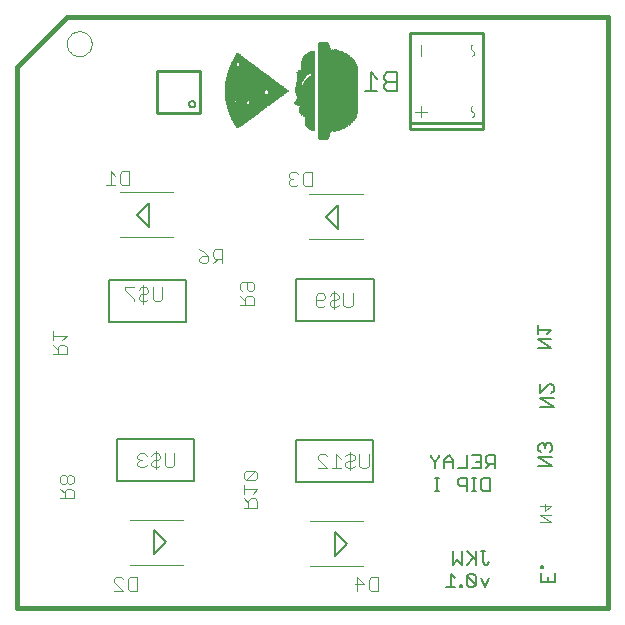
<source format=gbo>
G75*
%MOIN*%
%OFA0B0*%
%FSLAX24Y24*%
%IPPOS*%
%LPD*%
%AMOC8*
5,1,8,0,0,1.08239X$1,22.5*
%
%ADD10C,0.0160*%
%ADD11C,0.0060*%
%ADD12C,0.0000*%
%ADD13C,0.0080*%
%ADD14C,0.0040*%
%ADD15C,0.0050*%
%ADD16C,0.0100*%
%ADD17R,0.0013X0.1455*%
%ADD18R,0.0013X0.1573*%
%ADD19R,0.0013X0.1665*%
%ADD20R,0.0013X0.1731*%
%ADD21R,0.0013X0.1796*%
%ADD22R,0.0013X0.1849*%
%ADD23R,0.0013X0.1888*%
%ADD24R,0.0013X0.1927*%
%ADD25R,0.0013X0.1967*%
%ADD26R,0.0013X0.2006*%
%ADD27R,0.0013X0.2045*%
%ADD28R,0.0013X0.2071*%
%ADD29R,0.0013X0.2098*%
%ADD30R,0.0013X0.2137*%
%ADD31R,0.0013X0.2150*%
%ADD32R,0.0013X0.2176*%
%ADD33R,0.0013X0.2203*%
%ADD34R,0.0013X0.2229*%
%ADD35R,0.0013X0.2242*%
%ADD36R,0.0013X0.2268*%
%ADD37R,0.0013X0.2281*%
%ADD38R,0.0013X0.2307*%
%ADD39R,0.0013X0.2321*%
%ADD40R,0.0013X0.2334*%
%ADD41R,0.0013X0.2360*%
%ADD42R,0.0013X0.2373*%
%ADD43R,0.0013X0.2386*%
%ADD44R,0.0013X0.2399*%
%ADD45R,0.0013X0.2412*%
%ADD46R,0.0013X0.2439*%
%ADD47R,0.0013X0.2452*%
%ADD48R,0.0013X0.2465*%
%ADD49R,0.0013X0.2478*%
%ADD50R,0.0013X0.2491*%
%ADD51R,0.0013X0.2504*%
%ADD52R,0.0013X0.2517*%
%ADD53R,0.0013X0.2530*%
%ADD54R,0.0013X0.2543*%
%ADD55R,0.0013X0.2556*%
%ADD56R,0.0013X0.2570*%
%ADD57R,0.0013X0.2583*%
%ADD58R,0.0013X0.2596*%
%ADD59R,0.0013X0.2609*%
%ADD60R,0.0013X0.2622*%
%ADD61R,0.0013X0.2635*%
%ADD62R,0.0013X0.2648*%
%ADD63R,0.0013X0.2661*%
%ADD64R,0.0013X0.2674*%
%ADD65R,0.0013X0.2688*%
%ADD66R,0.0013X0.2701*%
%ADD67R,0.0013X0.2714*%
%ADD68R,0.0013X0.2727*%
%ADD69R,0.0013X0.2740*%
%ADD70R,0.0013X0.2753*%
%ADD71R,0.0013X0.2766*%
%ADD72R,0.0013X0.2779*%
%ADD73R,0.0013X0.2792*%
%ADD74R,0.0013X0.2806*%
%ADD75R,0.0013X0.3081*%
%ADD76R,0.0013X0.3146*%
%ADD77R,0.0013X0.3186*%
%ADD78R,0.0013X0.3225*%
%ADD79R,0.0013X0.3251*%
%ADD80R,0.0013X0.3264*%
%ADD81R,0.0013X0.3278*%
%ADD82R,0.0013X0.3238*%
%ADD83R,0.0013X0.3199*%
%ADD84R,0.0013X0.3160*%
%ADD85R,0.0013X0.3107*%
%ADD86R,0.0013X0.0774*%
%ADD87R,0.0013X0.0760*%
%ADD88R,0.0013X0.1822*%
%ADD89R,0.0013X0.0747*%
%ADD90R,0.0013X0.0734*%
%ADD91R,0.0013X0.1783*%
%ADD92R,0.0013X0.1770*%
%ADD93R,0.0013X0.1757*%
%ADD94R,0.0013X0.1704*%
%ADD95R,0.0013X0.1678*%
%ADD96R,0.0013X0.1639*%
%ADD97R,0.0013X0.1613*%
%ADD98R,0.0013X0.1586*%
%ADD99R,0.0013X0.1560*%
%ADD100R,0.0013X0.1508*%
%ADD101R,0.0013X0.1232*%
%ADD102R,0.0013X0.0184*%
%ADD103R,0.0013X0.1193*%
%ADD104R,0.0013X0.1180*%
%ADD105R,0.0013X0.1141*%
%ADD106R,0.0013X0.1101*%
%ADD107R,0.0013X0.1075*%
%ADD108R,0.0013X0.1036*%
%ADD109R,0.0013X0.1023*%
%ADD110R,0.0013X0.1009*%
%ADD111R,0.0013X0.0249*%
%ADD112R,0.0013X0.0446*%
%ADD113R,0.0013X0.1495*%
%ADD114R,0.0013X0.1481*%
%ADD115R,0.0013X0.1468*%
%ADD116R,0.0013X0.1442*%
%ADD117R,0.0013X0.1206*%
%ADD118R,0.0013X0.0197*%
%ADD119R,0.0013X0.0118*%
%ADD120R,0.0013X0.0052*%
%ADD121R,0.0013X0.1154*%
%ADD122R,0.0013X0.0210*%
%ADD123R,0.0013X0.0616*%
%ADD124R,0.0013X0.0144*%
%ADD125R,0.0013X0.0564*%
%ADD126R,0.0013X0.0026*%
%ADD127R,0.0013X0.0498*%
%ADD128R,0.0013X0.0170*%
%ADD129R,0.0013X0.0420*%
%ADD130R,0.0013X0.0341*%
%ADD131R,0.0013X0.0105*%
%ADD132R,0.0013X0.0066*%
%ADD133R,0.0013X0.0039*%
%ADD134R,0.0013X0.0013*%
%ADD135R,0.0013X0.0092*%
%ADD136R,0.0013X0.0223*%
%ADD137R,0.0013X0.0275*%
%ADD138R,0.0013X0.0302*%
%ADD139R,0.0013X0.0328*%
%ADD140R,0.0013X0.0354*%
%ADD141R,0.0013X0.0367*%
%ADD142R,0.0013X0.0380*%
%ADD143R,0.0013X0.0406*%
%ADD144R,0.0013X0.0433*%
%ADD145R,0.0013X0.0459*%
%ADD146R,0.0013X0.0485*%
%ADD147R,0.0013X0.0511*%
%ADD148R,0.0013X0.0538*%
%ADD149R,0.0013X0.0590*%
%ADD150R,0.0013X0.0642*%
%ADD151R,0.0013X0.0669*%
%ADD152R,0.0013X0.0695*%
%ADD153R,0.0013X0.0721*%
%ADD154R,0.0013X0.0800*%
%ADD155R,0.0013X0.0813*%
%ADD156R,0.0013X0.0826*%
%ADD157R,0.0013X0.0852*%
%ADD158R,0.0013X0.0878*%
%ADD159R,0.0013X0.0891*%
%ADD160R,0.0013X0.0905*%
%ADD161R,0.0013X0.0931*%
%ADD162R,0.0013X0.0957*%
%ADD163R,0.0013X0.0970*%
%ADD164R,0.0013X0.0983*%
%ADD165R,0.0013X0.0551*%
%ADD166R,0.0013X0.0524*%
%ADD167R,0.0013X0.0472*%
%ADD168R,0.0013X0.0629*%
%ADD169R,0.0013X0.1219*%
%ADD170R,0.0013X0.1245*%
%ADD171R,0.0013X0.1259*%
%ADD172R,0.0013X0.1272*%
%ADD173R,0.0013X0.1298*%
%ADD174R,0.0013X0.1324*%
%ADD175R,0.0013X0.1337*%
%ADD176R,0.0013X0.1350*%
%ADD177R,0.0013X0.1377*%
%ADD178R,0.0013X0.1403*%
%ADD179R,0.0013X0.1416*%
%ADD180R,0.0013X0.1429*%
%ADD181R,0.0013X0.1534*%
%ADD182R,0.0013X0.1547*%
%ADD183R,0.0013X0.1626*%
%ADD184R,0.0013X0.1652*%
%ADD185R,0.0013X0.1691*%
%ADD186R,0.0013X0.1744*%
%ADD187R,0.0013X0.1809*%
%ADD188R,0.0013X0.1862*%
%ADD189R,0.0013X0.1901*%
%ADD190R,0.0013X0.1940*%
%ADD191R,0.0013X0.1363*%
%ADD192R,0.0013X0.0577*%
%ADD193R,0.0013X0.0603*%
%ADD194R,0.0013X0.2111*%
%ADD195R,0.0013X0.2189*%
%ADD196R,0.0013X0.2216*%
%ADD197R,0.0013X0.2255*%
%ADD198R,0.0013X0.2294*%
%ADD199R,0.0013X0.1521*%
%ADD200R,0.0013X0.0839*%
%ADD201R,0.0013X0.2425*%
%ADD202R,0.0013X0.0315*%
%ADD203R,0.0013X0.2085*%
%ADD204R,0.0013X0.0787*%
%ADD205R,0.0013X0.2163*%
%ADD206R,0.0013X0.2124*%
%ADD207R,0.0013X0.2019*%
%ADD208R,0.0013X0.1953*%
%ADD209R,0.0013X0.1717*%
%ADD210R,0.0013X0.1599*%
%ADD211R,0.0013X0.1114*%
%ADD212C,0.0070*%
D10*
X002234Y000180D02*
X021919Y000180D01*
X021919Y019865D01*
X003888Y019865D01*
X002234Y018211D01*
X002234Y000180D01*
D11*
X016010Y005192D02*
X016010Y005266D01*
X016010Y005192D02*
X016157Y005046D01*
X016157Y004825D01*
X016157Y005046D02*
X016303Y005192D01*
X016303Y005266D01*
X016470Y005119D02*
X016470Y004825D01*
X016470Y005046D02*
X016764Y005046D01*
X016764Y005119D02*
X016617Y005266D01*
X016470Y005119D01*
X016764Y005119D02*
X016764Y004825D01*
X016931Y004825D02*
X017224Y004825D01*
X017224Y005266D01*
X017391Y005266D02*
X017685Y005266D01*
X017685Y004825D01*
X017391Y004825D01*
X017538Y005046D02*
X017685Y005046D01*
X017851Y005046D02*
X017925Y004972D01*
X018145Y004972D01*
X018145Y004825D02*
X018145Y005266D01*
X017925Y005266D01*
X017851Y005192D01*
X017851Y005046D01*
X017998Y004972D02*
X017851Y004825D01*
X017771Y004516D02*
X017992Y004516D01*
X017992Y004075D01*
X017771Y004075D01*
X017698Y004149D01*
X017698Y004442D01*
X017771Y004516D01*
X017531Y004516D02*
X017384Y004516D01*
X017458Y004516D02*
X017458Y004075D01*
X017531Y004075D02*
X017384Y004075D01*
X017224Y004075D02*
X017224Y004516D01*
X017004Y004516D01*
X016931Y004442D01*
X016931Y004296D01*
X017004Y004222D01*
X017224Y004222D01*
X016303Y004075D02*
X016157Y004075D01*
X016230Y004075D02*
X016230Y004516D01*
X016303Y004516D02*
X016157Y004516D01*
X016759Y002060D02*
X016759Y001620D01*
X016906Y001766D01*
X017053Y001620D01*
X017053Y002060D01*
X017220Y002060D02*
X017513Y001766D01*
X017440Y001840D02*
X017220Y001620D01*
X017513Y001620D02*
X017513Y002060D01*
X017680Y002060D02*
X017827Y002060D01*
X017754Y002060D02*
X017754Y001693D01*
X017827Y001620D01*
X017900Y001620D01*
X017974Y001693D01*
X017513Y001237D02*
X017440Y001310D01*
X017293Y001310D01*
X017220Y001237D01*
X017513Y000943D01*
X017440Y000870D01*
X017293Y000870D01*
X017220Y000943D01*
X017220Y001237D01*
X017513Y001237D02*
X017513Y000943D01*
X017680Y001163D02*
X017827Y000870D01*
X017974Y001163D01*
X017053Y000943D02*
X016980Y000943D01*
X016980Y000870D01*
X017053Y000870D01*
X017053Y000943D01*
X016823Y000870D02*
X016529Y000870D01*
X016676Y000870D02*
X016676Y001310D01*
X016823Y001163D01*
X007958Y016965D02*
X007960Y016985D01*
X007966Y017003D01*
X007975Y017021D01*
X007987Y017036D01*
X008002Y017048D01*
X008020Y017057D01*
X008038Y017063D01*
X008058Y017065D01*
X008078Y017063D01*
X008096Y017057D01*
X008114Y017048D01*
X008129Y017036D01*
X008141Y017021D01*
X008150Y017003D01*
X008156Y016985D01*
X008158Y016965D01*
X008156Y016945D01*
X008150Y016927D01*
X008141Y016909D01*
X008129Y016894D01*
X008114Y016882D01*
X008096Y016873D01*
X008078Y016867D01*
X008058Y016865D01*
X008038Y016867D01*
X008020Y016873D01*
X008002Y016882D01*
X007987Y016894D01*
X007975Y016909D01*
X007966Y016927D01*
X007960Y016945D01*
X007958Y016965D01*
D12*
X003888Y018979D02*
X003890Y019019D01*
X003896Y019060D01*
X003906Y019099D01*
X003919Y019137D01*
X003937Y019174D01*
X003958Y019208D01*
X003982Y019241D01*
X004009Y019271D01*
X004039Y019298D01*
X004072Y019322D01*
X004106Y019343D01*
X004143Y019361D01*
X004181Y019374D01*
X004220Y019384D01*
X004261Y019390D01*
X004301Y019392D01*
X004341Y019390D01*
X004382Y019384D01*
X004421Y019374D01*
X004459Y019361D01*
X004496Y019343D01*
X004530Y019322D01*
X004563Y019298D01*
X004593Y019271D01*
X004620Y019241D01*
X004644Y019208D01*
X004665Y019174D01*
X004683Y019137D01*
X004696Y019099D01*
X004706Y019060D01*
X004712Y019019D01*
X004714Y018979D01*
X004712Y018939D01*
X004706Y018898D01*
X004696Y018859D01*
X004683Y018821D01*
X004665Y018784D01*
X004644Y018750D01*
X004620Y018717D01*
X004593Y018687D01*
X004563Y018660D01*
X004530Y018636D01*
X004496Y018615D01*
X004459Y018597D01*
X004421Y018584D01*
X004382Y018574D01*
X004341Y018568D01*
X004301Y018566D01*
X004261Y018568D01*
X004220Y018574D01*
X004181Y018584D01*
X004143Y018597D01*
X004106Y018615D01*
X004072Y018636D01*
X004039Y018660D01*
X004009Y018687D01*
X003982Y018717D01*
X003958Y018750D01*
X003937Y018784D01*
X003919Y018821D01*
X003906Y018859D01*
X003896Y018898D01*
X003890Y018939D01*
X003888Y018979D01*
D13*
X006621Y013664D02*
X006621Y012877D01*
X006218Y013271D01*
X006621Y013664D01*
X007855Y011097D02*
X005275Y011097D01*
X005275Y009697D01*
X007855Y009697D01*
X007855Y011097D01*
X011535Y011136D02*
X011535Y009736D01*
X014115Y009736D01*
X014115Y011136D01*
X011535Y011136D01*
X012940Y012818D02*
X012940Y013605D01*
X012537Y013211D01*
X012940Y012818D01*
X014095Y005782D02*
X011515Y005782D01*
X011515Y004382D01*
X014095Y004382D01*
X014095Y005782D01*
X012808Y002700D02*
X012808Y001912D01*
X013210Y002306D01*
X012808Y002700D01*
X008131Y004401D02*
X005550Y004401D01*
X005550Y005801D01*
X008131Y005801D01*
X008131Y004401D01*
X006804Y002759D02*
X006804Y001971D01*
X007207Y002365D01*
X006804Y002759D01*
D14*
X005990Y003115D02*
X007770Y003115D01*
X007770Y001615D02*
X005990Y001615D01*
X005992Y001200D02*
X005915Y001123D01*
X005915Y000816D01*
X005992Y000740D01*
X006222Y000740D01*
X006222Y001200D01*
X005992Y001200D01*
X005762Y001123D02*
X005685Y001200D01*
X005531Y001200D01*
X005455Y001123D01*
X005455Y001047D01*
X005762Y000740D01*
X005455Y000740D01*
X004116Y003840D02*
X003656Y003840D01*
X003809Y003840D02*
X003809Y004070D01*
X003886Y004147D01*
X004039Y004147D01*
X004116Y004070D01*
X004116Y003840D01*
X003809Y003994D02*
X003656Y004147D01*
X003732Y004301D02*
X003656Y004377D01*
X003656Y004531D01*
X003732Y004608D01*
X003809Y004608D01*
X003886Y004531D01*
X003886Y004377D01*
X003963Y004301D01*
X004039Y004301D01*
X004116Y004377D01*
X004116Y004531D01*
X004039Y004608D01*
X003963Y004608D01*
X003886Y004531D01*
X003886Y004377D02*
X003809Y004301D01*
X003732Y004301D01*
X006238Y004942D02*
X006315Y004866D01*
X006469Y004866D01*
X006545Y004942D01*
X006699Y004942D02*
X006699Y005019D01*
X006776Y005096D01*
X006929Y005096D01*
X007006Y005173D01*
X007006Y005249D01*
X006929Y005326D01*
X006776Y005326D01*
X006699Y005249D01*
X006545Y005249D02*
X006469Y005326D01*
X006315Y005326D01*
X006238Y005249D01*
X006238Y005173D01*
X006315Y005096D01*
X006238Y005019D01*
X006238Y004942D01*
X006315Y005096D02*
X006392Y005096D01*
X006699Y004942D02*
X006776Y004866D01*
X006929Y004866D01*
X007006Y004942D01*
X007159Y004942D02*
X007159Y005326D01*
X007466Y005326D02*
X007466Y004942D01*
X007389Y004866D01*
X007236Y004866D01*
X007159Y004942D01*
X006852Y004789D02*
X006852Y005403D01*
X009778Y004669D02*
X009778Y004515D01*
X009854Y004438D01*
X010161Y004745D01*
X009854Y004745D01*
X009778Y004669D01*
X009854Y004438D02*
X010161Y004438D01*
X010238Y004515D01*
X010238Y004669D01*
X010161Y004745D01*
X009778Y004285D02*
X009778Y003978D01*
X009778Y003825D02*
X009931Y003671D01*
X009931Y003748D02*
X009931Y003518D01*
X009778Y003518D02*
X010238Y003518D01*
X010238Y003748D01*
X010161Y003825D01*
X010008Y003825D01*
X009931Y003748D01*
X010085Y003978D02*
X010238Y004131D01*
X009778Y004131D01*
X011994Y003056D02*
X013774Y003056D01*
X013774Y001556D02*
X011994Y001556D01*
X013498Y000965D02*
X013805Y000965D01*
X013574Y001195D01*
X013574Y000735D01*
X013958Y000812D02*
X013958Y001119D01*
X014035Y001195D01*
X014265Y001195D01*
X014265Y000735D01*
X014035Y000735D01*
X013958Y000812D01*
X013328Y004761D02*
X013328Y005375D01*
X013404Y005298D02*
X013251Y005298D01*
X013174Y005221D01*
X013021Y005144D02*
X012867Y005298D01*
X012867Y004837D01*
X012714Y004837D02*
X013021Y004837D01*
X013174Y004914D02*
X013174Y004991D01*
X013251Y005068D01*
X013404Y005068D01*
X013481Y005144D01*
X013481Y005221D01*
X013404Y005298D01*
X013635Y005298D02*
X013635Y004914D01*
X013711Y004837D01*
X013865Y004837D01*
X013942Y004914D01*
X013942Y005298D01*
X013481Y004914D02*
X013404Y004837D01*
X013251Y004837D01*
X013174Y004914D01*
X012560Y004837D02*
X012253Y005144D01*
X012253Y005221D01*
X012330Y005298D01*
X012484Y005298D01*
X012560Y005221D01*
X012560Y004837D02*
X012253Y004837D01*
X012797Y010124D02*
X012797Y010737D01*
X012720Y010661D02*
X012644Y010584D01*
X012720Y010661D02*
X012874Y010661D01*
X012951Y010584D01*
X012951Y010507D01*
X012874Y010431D01*
X012720Y010431D01*
X012644Y010354D01*
X012644Y010277D01*
X012720Y010200D01*
X012874Y010200D01*
X012951Y010277D01*
X013104Y010277D02*
X013181Y010200D01*
X013334Y010200D01*
X013411Y010277D01*
X013411Y010661D01*
X013104Y010661D02*
X013104Y010277D01*
X012490Y010277D02*
X012413Y010200D01*
X012260Y010200D01*
X012183Y010277D01*
X012183Y010584D01*
X012260Y010661D01*
X012413Y010661D01*
X012490Y010584D01*
X012490Y010507D01*
X012413Y010431D01*
X012183Y010431D01*
X010124Y010495D02*
X010124Y010265D01*
X009664Y010265D01*
X009817Y010265D02*
X009817Y010495D01*
X009894Y010572D01*
X010047Y010572D01*
X010124Y010495D01*
X010047Y010725D02*
X009970Y010725D01*
X009894Y010802D01*
X009894Y011032D01*
X010047Y011032D02*
X010124Y010956D01*
X010124Y010802D01*
X010047Y010725D01*
X009740Y010725D02*
X009664Y010802D01*
X009664Y010956D01*
X009740Y011032D01*
X010047Y011032D01*
X009664Y010572D02*
X009817Y010418D01*
X009066Y011661D02*
X009066Y012121D01*
X008836Y012121D01*
X008759Y012044D01*
X008759Y011891D01*
X008836Y011814D01*
X009066Y011814D01*
X008913Y011814D02*
X008759Y011661D01*
X008606Y011737D02*
X008606Y011891D01*
X008375Y011891D01*
X008299Y011814D01*
X008299Y011737D01*
X008375Y011661D01*
X008529Y011661D01*
X008606Y011737D01*
X008606Y011891D02*
X008452Y012044D01*
X008299Y012121D01*
X007435Y012521D02*
X005655Y012521D01*
X005655Y014021D02*
X007435Y014021D01*
X005966Y014263D02*
X005736Y014263D01*
X005659Y014340D01*
X005659Y014647D01*
X005736Y014724D01*
X005966Y014724D01*
X005966Y014263D01*
X005506Y014263D02*
X005199Y014263D01*
X005352Y014263D02*
X005352Y014724D01*
X005506Y014570D01*
X005825Y010858D02*
X005825Y010781D01*
X006132Y010474D01*
X006132Y010397D01*
X006285Y010474D02*
X006285Y010551D01*
X006362Y010627D01*
X006516Y010627D01*
X006592Y010704D01*
X006592Y010781D01*
X006516Y010858D01*
X006362Y010858D01*
X006285Y010781D01*
X006132Y010858D02*
X005825Y010858D01*
X006285Y010474D02*
X006362Y010397D01*
X006516Y010397D01*
X006592Y010474D01*
X006746Y010474D02*
X006823Y010397D01*
X006976Y010397D01*
X007053Y010474D01*
X007053Y010858D01*
X006746Y010858D02*
X006746Y010474D01*
X006439Y010320D02*
X006439Y010934D01*
X003884Y009245D02*
X003730Y009091D01*
X003654Y008938D02*
X003577Y008861D01*
X003577Y008631D01*
X003577Y008785D02*
X003423Y008938D01*
X003423Y009091D02*
X003423Y009398D01*
X003423Y009245D02*
X003884Y009245D01*
X003807Y008938D02*
X003654Y008938D01*
X003807Y008938D02*
X003884Y008861D01*
X003884Y008631D01*
X003423Y008631D01*
X011281Y014320D02*
X011358Y014244D01*
X011512Y014244D01*
X011588Y014320D01*
X011742Y014320D02*
X011818Y014244D01*
X012049Y014244D01*
X012049Y014704D01*
X011818Y014704D01*
X011742Y014627D01*
X011742Y014320D01*
X011588Y014627D02*
X011512Y014704D01*
X011358Y014704D01*
X011281Y014627D01*
X011281Y014551D01*
X011358Y014474D01*
X011281Y014397D01*
X011281Y014320D01*
X011358Y014474D02*
X011435Y014474D01*
X011974Y013961D02*
X013754Y013961D01*
X013754Y012461D02*
X011974Y012461D01*
X015689Y016528D02*
X015689Y016902D01*
X015502Y016715D02*
X015876Y016715D01*
X017401Y016715D02*
X017417Y016703D01*
X017431Y016688D01*
X017441Y016671D01*
X017449Y016652D01*
X017453Y016632D01*
X017453Y016612D01*
X017449Y016592D01*
X017441Y016573D01*
X017431Y016556D01*
X017417Y016541D01*
X017401Y016529D01*
X017402Y016716D02*
X017386Y016728D01*
X017372Y016743D01*
X017362Y016760D01*
X017354Y016779D01*
X017350Y016799D01*
X017350Y016819D01*
X017354Y016839D01*
X017362Y016858D01*
X017372Y016875D01*
X017386Y016890D01*
X017402Y016902D01*
X017401Y018576D02*
X017417Y018588D01*
X017431Y018603D01*
X017441Y018620D01*
X017449Y018639D01*
X017453Y018659D01*
X017453Y018679D01*
X017449Y018699D01*
X017441Y018718D01*
X017431Y018735D01*
X017417Y018750D01*
X017401Y018762D01*
X017402Y018763D02*
X017386Y018775D01*
X017372Y018790D01*
X017362Y018807D01*
X017354Y018826D01*
X017350Y018846D01*
X017350Y018866D01*
X017354Y018886D01*
X017362Y018905D01*
X017372Y018922D01*
X017386Y018937D01*
X017402Y018949D01*
X015689Y018950D02*
X015689Y018576D01*
X019838Y003634D02*
X019838Y003394D01*
X020018Y003574D01*
X019658Y003574D01*
X019658Y003265D02*
X020018Y003265D01*
X020018Y003025D02*
X019658Y003265D01*
X019658Y003025D02*
X020018Y003025D01*
D15*
X019769Y001575D02*
X019694Y001575D01*
X019694Y001500D01*
X019769Y001500D01*
X019769Y001575D01*
X019694Y001340D02*
X019694Y001040D01*
X020145Y001040D01*
X020145Y001340D01*
X019919Y001190D02*
X019919Y001040D01*
X020054Y004900D02*
X019604Y004900D01*
X019604Y005201D02*
X020054Y005201D01*
X019979Y005361D02*
X020054Y005436D01*
X020054Y005586D01*
X019979Y005661D01*
X019904Y005661D01*
X019829Y005586D01*
X019754Y005661D01*
X019679Y005661D01*
X019604Y005586D01*
X019604Y005436D01*
X019679Y005361D01*
X019604Y005201D02*
X020054Y004900D01*
X019829Y005511D02*
X019829Y005586D01*
X019663Y006869D02*
X020113Y006869D01*
X019663Y007169D01*
X020113Y007169D01*
X020038Y007329D02*
X020113Y007404D01*
X020113Y007554D01*
X020038Y007629D01*
X019963Y007629D01*
X019663Y007329D01*
X019663Y007629D01*
X019584Y008837D02*
X020034Y008837D01*
X019584Y009138D01*
X020034Y009138D01*
X019884Y009298D02*
X020034Y009448D01*
X019584Y009448D01*
X019584Y009298D02*
X019584Y009598D01*
D16*
X017766Y016145D02*
X015325Y016145D01*
X015325Y016341D01*
X017766Y016341D01*
X017766Y016145D02*
X017766Y019334D01*
X015325Y019334D01*
X015325Y016341D01*
X008338Y016655D02*
X008338Y018075D01*
X006878Y018075D01*
X006878Y016655D01*
X008338Y016655D01*
D17*
X009312Y017419D03*
X010321Y017419D03*
X013599Y017419D03*
D18*
X013586Y017426D03*
X010243Y017413D03*
D19*
X010177Y017419D03*
X009351Y017419D03*
X013573Y017419D03*
D20*
X013560Y017426D03*
X011960Y017019D03*
X010138Y017413D03*
D21*
X009377Y017419D03*
X012013Y017013D03*
X013547Y017419D03*
D22*
X013533Y017419D03*
X012052Y017026D03*
X010059Y017419D03*
X009391Y017419D03*
D23*
X010033Y017413D03*
X013520Y017426D03*
D24*
X013507Y017419D03*
X010007Y017419D03*
D25*
X013494Y017426D03*
D26*
X013481Y017419D03*
D27*
X013468Y017426D03*
D28*
X013455Y017426D03*
X009653Y017229D03*
X009640Y017216D03*
X009627Y017203D03*
X009613Y017203D03*
X009443Y017413D03*
D29*
X009561Y017216D03*
X009574Y017203D03*
X009587Y017190D03*
X009889Y017413D03*
X013442Y017426D03*
D30*
X013429Y017419D03*
X009863Y017419D03*
D31*
X009849Y017413D03*
X013415Y017426D03*
D32*
X013402Y017426D03*
X009836Y017413D03*
D33*
X013389Y017426D03*
D34*
X013376Y017426D03*
X009797Y017413D03*
D35*
X013363Y017419D03*
D36*
X013350Y017419D03*
X009771Y017419D03*
X009495Y017419D03*
D37*
X013337Y017426D03*
D38*
X013324Y017426D03*
X009745Y017413D03*
D39*
X013311Y017419D03*
D40*
X013297Y017426D03*
X009731Y017413D03*
D41*
X013284Y017426D03*
D42*
X013271Y017419D03*
D43*
X013258Y017426D03*
D44*
X013245Y017419D03*
D45*
X013232Y017426D03*
D46*
X013219Y017426D03*
D47*
X013206Y017419D03*
D48*
X013193Y017426D03*
D49*
X013179Y017419D03*
D50*
X013166Y017426D03*
D51*
X013153Y017419D03*
D52*
X013140Y017426D03*
X013127Y017426D03*
D53*
X013114Y017419D03*
D54*
X013101Y017426D03*
D55*
X013088Y017419D03*
D56*
X013075Y017426D03*
X013061Y017426D03*
D57*
X013048Y017419D03*
D58*
X013035Y017426D03*
D59*
X013022Y017419D03*
X013009Y017419D03*
D60*
X012996Y017426D03*
D61*
X012983Y017419D03*
X012970Y017419D03*
D62*
X012957Y017426D03*
X012943Y017426D03*
X012065Y017413D03*
D63*
X012078Y017419D03*
X012091Y017419D03*
X012930Y017419D03*
D64*
X012917Y017426D03*
X012904Y017426D03*
X012118Y017413D03*
X012104Y017413D03*
D65*
X012131Y017419D03*
X012144Y017419D03*
X012157Y017419D03*
X012170Y017419D03*
X012891Y017419D03*
D66*
X012878Y017426D03*
X012865Y017426D03*
D67*
X012852Y017419D03*
X012839Y017419D03*
D68*
X012825Y017426D03*
X012812Y017426D03*
D69*
X012799Y017419D03*
X012786Y017419D03*
D70*
X012773Y017426D03*
X012760Y017426D03*
X012747Y017426D03*
D71*
X012734Y017419D03*
X012721Y017419D03*
D72*
X012707Y017426D03*
X012694Y017426D03*
D73*
X012681Y017419D03*
X012668Y017419D03*
D74*
X012655Y017426D03*
D75*
X012642Y017419D03*
D76*
X012629Y017413D03*
D77*
X012616Y017419D03*
D78*
X012603Y017413D03*
X012589Y017413D03*
X012314Y017413D03*
D79*
X012340Y017413D03*
X012576Y017413D03*
D80*
X012563Y017419D03*
X012353Y017419D03*
D81*
X012367Y017413D03*
X012380Y017413D03*
X012393Y017413D03*
X012406Y017413D03*
X012419Y017413D03*
X012432Y017413D03*
X012445Y017413D03*
X012458Y017413D03*
X012471Y017413D03*
X012485Y017413D03*
X012498Y017413D03*
X012511Y017413D03*
X012524Y017413D03*
X012537Y017413D03*
X012550Y017413D03*
D82*
X012327Y017419D03*
D83*
X012301Y017413D03*
D84*
X012288Y017419D03*
D85*
X012275Y017419D03*
D86*
X011764Y018114D03*
X011777Y018140D03*
X011790Y018153D03*
X011803Y018180D03*
X011816Y018193D03*
X011829Y018206D03*
X011842Y018232D03*
X012052Y018350D03*
X010780Y017419D03*
D87*
X011750Y018081D03*
X011855Y018252D03*
X012039Y018357D03*
D88*
X012039Y017013D03*
X012026Y017013D03*
X010072Y017419D03*
D89*
X010793Y017419D03*
X011868Y018258D03*
X011882Y018271D03*
X011895Y018284D03*
X011908Y018298D03*
X011921Y018298D03*
X011934Y018311D03*
X011960Y018324D03*
X011973Y018337D03*
X011986Y018337D03*
X012013Y018350D03*
X012026Y018350D03*
D90*
X012000Y018343D03*
X011947Y018317D03*
X010806Y017413D03*
D91*
X010099Y017413D03*
X012000Y017019D03*
D92*
X011986Y017013D03*
X010112Y017419D03*
D93*
X011973Y017019D03*
D94*
X011947Y017019D03*
X010151Y017413D03*
D95*
X011934Y017006D03*
D96*
X011921Y017000D03*
D97*
X011908Y017013D03*
X010217Y017419D03*
D98*
X010230Y017419D03*
X011895Y017013D03*
D99*
X011882Y017013D03*
X009548Y017852D03*
D100*
X009522Y017839D03*
X010282Y017419D03*
X009718Y017000D03*
X009705Y016987D03*
X011868Y017013D03*
D101*
X011855Y017137D03*
D102*
X011855Y016390D03*
D103*
X011842Y017131D03*
D104*
X011829Y017124D03*
X011659Y017491D03*
X011646Y017491D03*
X011632Y017491D03*
D105*
X011606Y017485D03*
X011816Y017118D03*
D106*
X011803Y017111D03*
D107*
X011790Y017098D03*
D108*
X011777Y017091D03*
X011737Y017118D03*
X009246Y017419D03*
D109*
X011764Y017098D03*
D110*
X011750Y017105D03*
X010623Y017419D03*
D111*
X011134Y017419D03*
X011737Y018284D03*
D112*
X011737Y017898D03*
X010544Y017072D03*
X010531Y017072D03*
D113*
X010295Y017413D03*
X009509Y017819D03*
X011724Y017360D03*
D114*
X011711Y017367D03*
X010308Y017419D03*
D115*
X011698Y017373D03*
D116*
X011685Y017373D03*
D117*
X011672Y017491D03*
D118*
X011174Y017419D03*
X011580Y017026D03*
X011672Y016764D03*
D119*
X011659Y016751D03*
X011541Y017013D03*
X011226Y017419D03*
D120*
X011646Y016744D03*
D121*
X011619Y017491D03*
D122*
X011528Y017439D03*
X011593Y017032D03*
X011593Y017950D03*
D123*
X011593Y017472D03*
X010885Y017419D03*
D124*
X011200Y017419D03*
X011213Y017419D03*
X011554Y017013D03*
X011580Y017970D03*
D125*
X011580Y017472D03*
X010924Y017419D03*
X010531Y017708D03*
X009928Y016672D03*
D126*
X011567Y017989D03*
D127*
X011567Y017465D03*
D128*
X011187Y017419D03*
X011567Y017026D03*
D129*
X011554Y017452D03*
X010597Y017098D03*
X010584Y017098D03*
X010570Y017085D03*
D130*
X011541Y017452D03*
X009587Y018514D03*
X009561Y018488D03*
D131*
X011528Y017006D03*
D132*
X011514Y017000D03*
X011265Y017419D03*
X011252Y017419D03*
D133*
X011278Y017419D03*
X011501Y017000D03*
D134*
X011292Y017419D03*
D135*
X011239Y017419D03*
D136*
X011160Y017419D03*
X011147Y017419D03*
D137*
X011121Y017419D03*
D138*
X011108Y017419D03*
X011095Y017419D03*
D139*
X011082Y017419D03*
X009613Y018507D03*
X009600Y018507D03*
D140*
X009574Y018507D03*
X011069Y017419D03*
D141*
X011056Y017413D03*
D142*
X011042Y017419D03*
D143*
X011029Y017419D03*
D144*
X011016Y017419D03*
X011003Y017419D03*
X010610Y017118D03*
X010557Y017078D03*
X009194Y017419D03*
D145*
X010990Y017419D03*
D146*
X010977Y017419D03*
X010505Y017065D03*
D147*
X010951Y017419D03*
X010964Y017419D03*
D148*
X010938Y017419D03*
X010584Y017681D03*
X010570Y017694D03*
X009967Y016698D03*
X009954Y016685D03*
D149*
X010898Y017419D03*
X010911Y017419D03*
X010518Y017708D03*
X010505Y017708D03*
D150*
X010872Y017419D03*
X009207Y017419D03*
D151*
X010846Y017419D03*
X010859Y017419D03*
D152*
X010833Y017419D03*
D153*
X010820Y017419D03*
D154*
X010767Y017419D03*
X009705Y018193D03*
X009522Y016633D03*
D155*
X009535Y016626D03*
X010754Y017413D03*
X009718Y018186D03*
X009692Y018199D03*
D156*
X010741Y017419D03*
D157*
X010728Y017419D03*
X009548Y016619D03*
D158*
X010715Y017419D03*
D159*
X010702Y017413D03*
D160*
X010688Y017419D03*
X009233Y017419D03*
D161*
X010675Y017419D03*
D162*
X010662Y017419D03*
D163*
X010649Y017413D03*
D164*
X010636Y017419D03*
D165*
X010610Y017662D03*
X010557Y017701D03*
X010544Y017701D03*
X009981Y016705D03*
X009941Y016678D03*
D166*
X010492Y017072D03*
X010597Y017675D03*
D167*
X010518Y017072D03*
D168*
X010492Y017701D03*
D169*
X010479Y017419D03*
X009273Y017419D03*
D170*
X010466Y017419D03*
D171*
X010453Y017413D03*
D172*
X010439Y017419D03*
D173*
X010426Y017419D03*
X009286Y017419D03*
D174*
X010413Y017419D03*
D175*
X010400Y017413D03*
D176*
X010387Y017419D03*
X009954Y017734D03*
D177*
X009928Y017747D03*
X010374Y017419D03*
X009299Y017419D03*
D178*
X009915Y017747D03*
X010361Y017419D03*
D179*
X010348Y017413D03*
X009902Y017740D03*
D180*
X010335Y017419D03*
D181*
X010269Y017419D03*
X009535Y017852D03*
X009325Y017419D03*
D182*
X009679Y016980D03*
X010256Y017413D03*
D183*
X010203Y017413D03*
D184*
X010190Y017413D03*
D185*
X010164Y017419D03*
D186*
X010125Y017419D03*
D187*
X010085Y017413D03*
D188*
X010046Y017413D03*
D189*
X010020Y017419D03*
X009404Y017419D03*
D190*
X009994Y017413D03*
D191*
X009981Y017714D03*
X009967Y017727D03*
X009941Y017740D03*
D192*
X009915Y016678D03*
D193*
X009902Y016678D03*
D194*
X009876Y017419D03*
D195*
X009823Y017419D03*
D196*
X009810Y017419D03*
X009482Y017419D03*
D197*
X009784Y017413D03*
D198*
X009758Y017419D03*
D199*
X009692Y016980D03*
D200*
X009679Y018199D03*
D201*
X009666Y017419D03*
D202*
X009653Y018475D03*
X009640Y018488D03*
X009627Y018501D03*
D203*
X009600Y017196D03*
D204*
X009220Y017426D03*
X009509Y016652D03*
D205*
X009469Y017419D03*
D206*
X009456Y017413D03*
D207*
X009430Y017413D03*
D208*
X009417Y017419D03*
D209*
X009364Y017419D03*
D210*
X009338Y017413D03*
D211*
X009259Y017419D03*
D212*
X013811Y017391D02*
X014231Y017391D01*
X014021Y017391D02*
X014021Y018022D01*
X014231Y017811D01*
X014456Y017811D02*
X014456Y017916D01*
X014561Y018022D01*
X014876Y018022D01*
X014876Y017391D01*
X014561Y017391D01*
X014456Y017496D01*
X014456Y017601D01*
X014561Y017706D01*
X014876Y017706D01*
X014561Y017706D02*
X014456Y017811D01*
M02*

</source>
